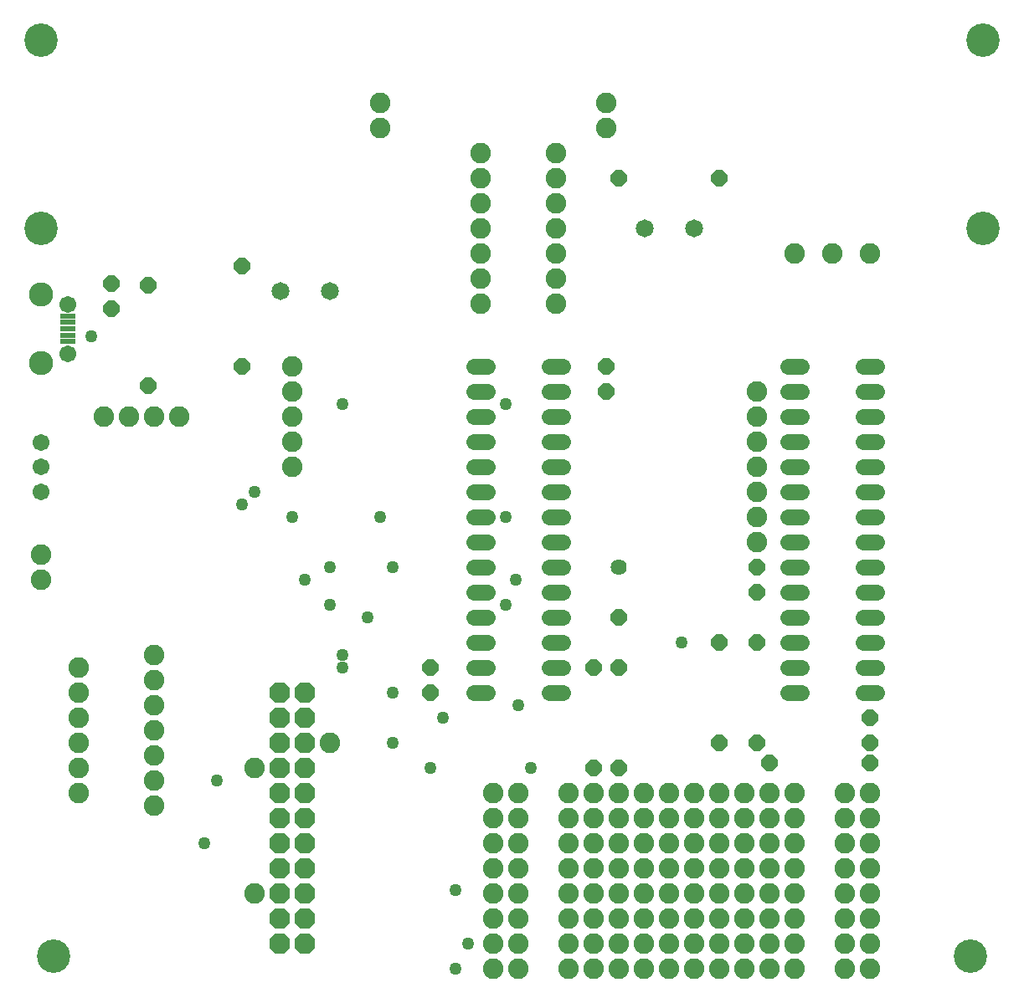
<source format=gts>
G04 EAGLE Gerber RS-274X export*
G75*
%MOMM*%
%FSLAX34Y34*%
%LPD*%
%INTop Soldermask*%
%IPPOS*%
%AMOC8*
5,1,8,0,0,1.08239X$1,22.5*%
G01*
%ADD10C,3.378200*%
%ADD11C,1.625600*%
%ADD12R,1.553200X0.603200*%
%ADD13C,1.712800*%
%ADD14C,2.453200*%
%ADD15C,2.082800*%
%ADD16P,1.759533X8X112.500000*%
%ADD17C,1.812800*%
%ADD18P,1.759533X8X292.500000*%
%ADD19C,1.625600*%
%ADD20P,1.759533X8X22.500000*%
%ADD21P,1.759533X8X202.500000*%
%ADD22P,2.254402X8X112.500000*%
%ADD23C,1.261200*%


D10*
X25400Y965200D03*
X25400Y774700D03*
X977900Y965200D03*
X977900Y774700D03*
X38100Y38100D03*
X965200Y38100D03*
D11*
X477012Y635000D02*
X462788Y635000D01*
X462788Y609600D02*
X477012Y609600D01*
X477012Y584200D02*
X462788Y584200D01*
X462788Y558800D02*
X477012Y558800D01*
X477012Y533400D02*
X462788Y533400D01*
X462788Y508000D02*
X477012Y508000D01*
X477012Y482600D02*
X462788Y482600D01*
X462788Y457200D02*
X477012Y457200D01*
X477012Y431800D02*
X462788Y431800D01*
X462788Y406400D02*
X477012Y406400D01*
X477012Y381000D02*
X462788Y381000D01*
X462788Y355600D02*
X477012Y355600D01*
X477012Y330200D02*
X462788Y330200D01*
X462788Y304800D02*
X477012Y304800D01*
X538988Y304800D02*
X553212Y304800D01*
X553212Y330200D02*
X538988Y330200D01*
X538988Y355600D02*
X553212Y355600D01*
X553212Y381000D02*
X538988Y381000D01*
X538988Y406400D02*
X553212Y406400D01*
X553212Y431800D02*
X538988Y431800D01*
X538988Y457200D02*
X553212Y457200D01*
X553212Y482600D02*
X538988Y482600D01*
X538988Y508000D02*
X553212Y508000D01*
X553212Y533400D02*
X538988Y533400D01*
X538988Y558800D02*
X553212Y558800D01*
X553212Y584200D02*
X538988Y584200D01*
X538988Y609600D02*
X553212Y609600D01*
X553212Y635000D02*
X538988Y635000D01*
D12*
X52400Y686100D03*
X52400Y679600D03*
X52400Y673100D03*
X52400Y666600D03*
X52400Y660100D03*
D13*
X52400Y698100D03*
X52400Y648100D03*
D14*
X25400Y708100D03*
X25400Y638100D03*
D15*
X25400Y419100D03*
X25400Y444500D03*
D13*
X25400Y558400D03*
X25400Y533400D03*
X25400Y508400D03*
D15*
X88900Y584200D03*
X114300Y584200D03*
X139700Y584200D03*
X165100Y584200D03*
D16*
X96520Y693420D03*
X96520Y718820D03*
X133350Y615950D03*
X133350Y717550D03*
D15*
X279400Y635000D03*
X279400Y609600D03*
X279400Y584200D03*
X279400Y558800D03*
X279400Y533400D03*
D17*
X267100Y711200D03*
X317100Y711200D03*
D18*
X228600Y736600D03*
X228600Y635000D03*
X596900Y635000D03*
X596900Y609600D03*
D19*
X609600Y431800D03*
D18*
X609600Y381000D03*
X419100Y330200D03*
X419100Y304800D03*
D15*
X63500Y330200D03*
X63500Y304800D03*
X63500Y279400D03*
X63500Y254000D03*
X63500Y228600D03*
X63500Y203200D03*
X139700Y342900D03*
X139700Y317500D03*
X139700Y292100D03*
X139700Y266700D03*
X139700Y241300D03*
X139700Y215900D03*
X139700Y190500D03*
D11*
X780288Y635000D02*
X794512Y635000D01*
X794512Y609600D02*
X780288Y609600D01*
X780288Y584200D02*
X794512Y584200D01*
X794512Y558800D02*
X780288Y558800D01*
X780288Y533400D02*
X794512Y533400D01*
X794512Y508000D02*
X780288Y508000D01*
X780288Y482600D02*
X794512Y482600D01*
X794512Y457200D02*
X780288Y457200D01*
X780288Y431800D02*
X794512Y431800D01*
X794512Y406400D02*
X780288Y406400D01*
X780288Y381000D02*
X794512Y381000D01*
X794512Y355600D02*
X780288Y355600D01*
X780288Y330200D02*
X794512Y330200D01*
X794512Y304800D02*
X780288Y304800D01*
X856488Y304800D02*
X870712Y304800D01*
X870712Y330200D02*
X856488Y330200D01*
X856488Y355600D02*
X870712Y355600D01*
X870712Y381000D02*
X856488Y381000D01*
X856488Y406400D02*
X870712Y406400D01*
X870712Y431800D02*
X856488Y431800D01*
X856488Y457200D02*
X870712Y457200D01*
X870712Y482600D02*
X856488Y482600D01*
X856488Y508000D02*
X870712Y508000D01*
X870712Y533400D02*
X856488Y533400D01*
X856488Y558800D02*
X870712Y558800D01*
X870712Y584200D02*
X856488Y584200D01*
X856488Y609600D02*
X870712Y609600D01*
X870712Y635000D02*
X856488Y635000D01*
D18*
X749300Y431800D03*
X749300Y406400D03*
X749300Y355600D03*
X749300Y254000D03*
X711200Y355600D03*
X711200Y254000D03*
X863600Y279400D03*
X863600Y254000D03*
D20*
X762000Y233680D03*
X863600Y233680D03*
D17*
X635400Y774700D03*
X685400Y774700D03*
D21*
X711200Y825500D03*
X609600Y825500D03*
D15*
X469900Y850900D03*
X469900Y825500D03*
X469900Y800100D03*
X469900Y774700D03*
X469900Y749300D03*
X469900Y723900D03*
X469900Y698500D03*
X546100Y850900D03*
X546100Y825500D03*
X546100Y800100D03*
X546100Y774700D03*
X546100Y749300D03*
X546100Y723900D03*
X546100Y698500D03*
X596900Y876300D03*
X596900Y901700D03*
X368300Y876300D03*
X368300Y901700D03*
D22*
X292100Y50800D03*
X266700Y50800D03*
X292100Y76200D03*
X266700Y76200D03*
X292100Y101600D03*
X266700Y101600D03*
X292100Y127000D03*
X266700Y127000D03*
X292100Y152400D03*
X266700Y152400D03*
X292100Y177800D03*
X266700Y177800D03*
X292100Y203200D03*
X266700Y203200D03*
X292100Y228600D03*
X266700Y228600D03*
X292100Y254000D03*
X266700Y254000D03*
X292100Y279400D03*
X266700Y279400D03*
X292100Y304800D03*
X266700Y304800D03*
D18*
X584200Y330200D03*
X584200Y228600D03*
X609600Y330200D03*
X609600Y228600D03*
D15*
X317500Y254000D03*
X241300Y228600D03*
X241300Y101600D03*
X749300Y609600D03*
X749300Y584200D03*
X749300Y558800D03*
X749300Y533400D03*
X749300Y508000D03*
X749300Y482600D03*
X749300Y457200D03*
X863600Y749300D03*
X825500Y749300D03*
X787400Y749300D03*
X558800Y25400D03*
X558800Y50800D03*
X558800Y76200D03*
X558800Y101600D03*
X558800Y127000D03*
X558800Y152400D03*
X558800Y177800D03*
X558800Y203200D03*
X584200Y25400D03*
X584200Y50800D03*
X584200Y76200D03*
X584200Y101600D03*
X584200Y127000D03*
X584200Y152400D03*
X584200Y177800D03*
X584200Y203200D03*
X609600Y25400D03*
X609600Y50800D03*
X609600Y76200D03*
X609600Y101600D03*
X609600Y127000D03*
X609600Y152400D03*
X609600Y177800D03*
X609600Y203200D03*
X635000Y25400D03*
X635000Y50800D03*
X635000Y76200D03*
X635000Y101600D03*
X635000Y127000D03*
X635000Y152400D03*
X635000Y177800D03*
X635000Y203200D03*
X660400Y25400D03*
X660400Y50800D03*
X660400Y76200D03*
X660400Y101600D03*
X660400Y127000D03*
X660400Y152400D03*
X660400Y177800D03*
X660400Y203200D03*
X685800Y25400D03*
X685800Y50800D03*
X685800Y76200D03*
X685800Y101600D03*
X685800Y127000D03*
X685800Y152400D03*
X685800Y177800D03*
X685800Y203200D03*
X711200Y25400D03*
X711200Y50800D03*
X711200Y76200D03*
X711200Y101600D03*
X711200Y127000D03*
X711200Y152400D03*
X711200Y177800D03*
X711200Y203200D03*
X736600Y25400D03*
X736600Y50800D03*
X736600Y76200D03*
X736600Y101600D03*
X736600Y127000D03*
X736600Y152400D03*
X736600Y177800D03*
X736600Y203200D03*
X762000Y25400D03*
X762000Y50800D03*
X762000Y76200D03*
X762000Y101600D03*
X762000Y127000D03*
X762000Y152400D03*
X762000Y177800D03*
X762000Y203200D03*
X787400Y25400D03*
X787400Y50800D03*
X787400Y76200D03*
X787400Y101600D03*
X787400Y127000D03*
X787400Y152400D03*
X787400Y177800D03*
X787400Y203200D03*
X863600Y25400D03*
X863600Y50800D03*
X863600Y76200D03*
X863600Y101600D03*
X863600Y127000D03*
X863600Y152400D03*
X863600Y177800D03*
X863600Y203200D03*
X508000Y25400D03*
X508000Y50800D03*
X508000Y76200D03*
X508000Y101600D03*
X508000Y127000D03*
X508000Y152400D03*
X508000Y177800D03*
X508000Y203200D03*
X838200Y25400D03*
X838200Y50800D03*
X838200Y76200D03*
X838200Y101600D03*
X838200Y127000D03*
X838200Y152400D03*
X838200Y177800D03*
X838200Y203200D03*
X482600Y25400D03*
X482600Y50800D03*
X482600Y76200D03*
X482600Y101600D03*
X482600Y127000D03*
X482600Y152400D03*
X482600Y177800D03*
X482600Y203200D03*
D23*
X76200Y665480D03*
X457200Y50800D03*
X508000Y292100D03*
X520700Y228600D03*
X419100Y228600D03*
X330200Y330200D03*
X228600Y495300D03*
X241300Y508000D03*
X330200Y596900D03*
X495300Y596900D03*
X203200Y215900D03*
X317500Y393700D03*
X505460Y419100D03*
X673100Y355600D03*
X444500Y25400D03*
X444500Y105410D03*
X292100Y419100D03*
X317500Y431800D03*
X381000Y431800D03*
X355600Y381000D03*
X190500Y152400D03*
X368300Y482600D03*
X279400Y482600D03*
X431800Y279400D03*
X381000Y304800D03*
X381000Y254000D03*
X495300Y393700D03*
X495300Y482600D03*
X330200Y342900D03*
M02*

</source>
